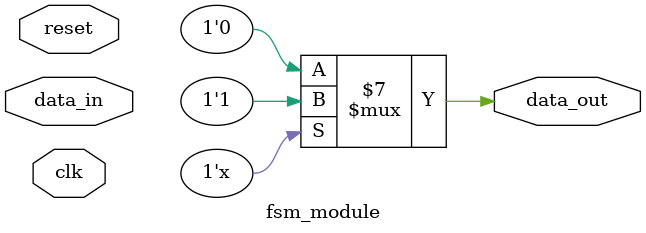
<source format=v>
module fsm_module (
    input clk,
    input reset,
    input data_in,
    output reg data_out
);

parameter STATE_0 = 2'b00;
parameter STATE_1 = 2'b01;
parameter STATE_2 = 2'b10;
parameter STATE_3 = 2'b11;

reg [1:0] current_state, next_state;
reg [3:0] counter;

always @ (posedge clk or posedge reset) begin
    if (reset) begin
        current_state <= STATE_0;
        counter <= 0;
    end else begin
        current_state <= next_state;
        counter <= counter + 1;
    end
end

always @ (current_state or data_in) begin
    case (current_state)
        STATE_0: begin
            if (data_in) begin
                next_state <= STATE_1;
            end else begin
                next_state <= STATE_0;
            end
        end
        STATE_1: begin
            if (data_in) begin
                next_state <= STATE_2;
            end else begin
                next_state <= STATE_0;
            end
        end
        STATE_2: begin
            if (data_in) begin
                next_state <= STATE_2;
            end else begin
                next_state <= STATE_0;
            end
        end
        default: begin
            next_state <= STATE_0;
        end
    endcase
end

always @ (counter) begin
    if (counter == 4'b1111) begin
        counter <= 0;
        data_out <= 1;
    end else begin
        data_out <= 0;
    end
end

endmodule
</source>
